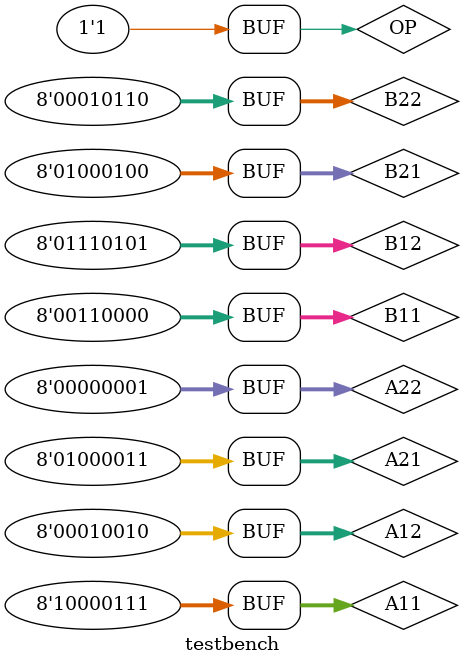
<source format=v>
`timescale 1ns/1ns
module testbench;
	
	reg	OP;
	reg	[7:0] A11, A12, A21, A22, B11, B12, B21, B22;
	wire	[15:0] C11, C12, C21, C22;

	matrixModule matrixModule_1(.OP(OP), .A11(A11), .A12(A12), .A21(A21), .A22(A22), .B11(B11), .B12(B12), .B21(B21), .B22(B22), .C11(C11), .C12(C12), .C21(C21), .C22(C22) );
	
	initial begin
		OP = 1'b0; // 0, add
		A11 = 8'b10000111; // 8 + 7i
		A12 = 8'b00010010; // 1 + 2i
		A21 = 8'b01000011; // 4 + 3i
		A22 = 8'b00000001; // i
		B11 = 8'b00110000; // 3
		B12 = 8'b01110101; // 7 + 5i
		B21 = 8'b01000100; // 4 + 4i
		B22 = 8'b00010110; // 1 + 6i
		#15 OP = 1'b1; // 1, mul
	end
endmodule
</source>
